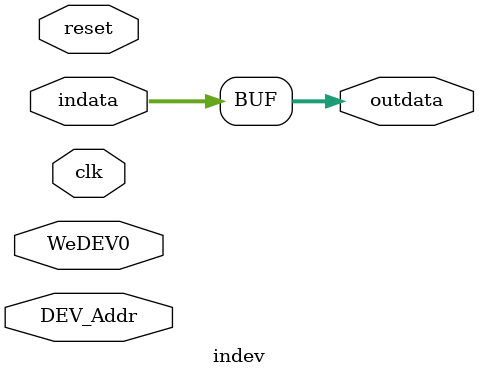
<source format=v>
module indev(clk,reset,WeDEV0,DEV_Addr,indata,outdata);
  input clk,reset,WeDEV0;
  input [1:0] DEV_Addr;
  input [31:0] indata;
  output [31:0] outdata;
  wire [31:0] outdata;
  assign outdata=indata;
endmodule

</source>
